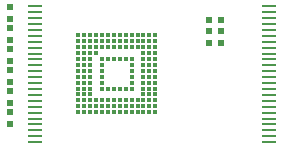
<source format=gbr>
%TF.GenerationSoftware,KiCad,Pcbnew,5.1.0-rc2-unknown-036be7d~80~ubuntu16.04.1*%
%TF.CreationDate,2022-06-01T13:33:31+03:00*%
%TF.ProjectId,Flash-e_Rev_C,466c6173-682d-4655-9f52-65765f432e6b,A*%
%TF.SameCoordinates,Original*%
%TF.FileFunction,Paste,Top*%
%TF.FilePolarity,Positive*%
%FSLAX46Y46*%
G04 Gerber Fmt 4.6, Leading zero omitted, Abs format (unit mm)*
G04 Created by KiCad (PCBNEW 5.1.0-rc2-unknown-036be7d~80~ubuntu16.04.1) date 2022-06-01 13:33:31*
%MOMM*%
%LPD*%
G04 APERTURE LIST*
%ADD10R,0.300000X0.300000*%
%ADD11R,1.180000X0.230000*%
%ADD12R,0.550000X0.500000*%
%ADD13R,0.500000X0.550000*%
G04 APERTURE END LIST*
D10*
%TO.C,U2*%
X139650000Y-88150000D03*
X139650000Y-88650000D03*
X139650000Y-89150000D03*
X139650000Y-89650000D03*
X139650000Y-90150000D03*
X139650000Y-90650000D03*
X139650000Y-91150000D03*
X139650000Y-91650000D03*
X139650000Y-92150000D03*
X139650000Y-92650000D03*
X139650000Y-93150000D03*
X139650000Y-93650000D03*
X139650000Y-94150000D03*
X139650000Y-94650000D03*
X139150000Y-94650000D03*
X139150000Y-94150000D03*
X139150000Y-93650000D03*
X139150000Y-93150000D03*
X139150000Y-92650000D03*
X139150000Y-92150000D03*
X139150000Y-91650000D03*
X139150000Y-91150000D03*
X139150000Y-90650000D03*
X139150000Y-90150000D03*
X139150000Y-89650000D03*
X139150000Y-89150000D03*
X139150000Y-88650000D03*
X139150000Y-88150000D03*
X141650000Y-88150000D03*
X141650000Y-88650000D03*
X141650000Y-89150000D03*
X141650000Y-90150000D03*
X141650000Y-92650000D03*
X141650000Y-93650000D03*
X141650000Y-94150000D03*
X141650000Y-94650000D03*
X141150000Y-94650000D03*
X141150000Y-94150000D03*
X141150000Y-93650000D03*
X141150000Y-92650000D03*
X141150000Y-92150000D03*
X141150000Y-91650000D03*
X141150000Y-91150000D03*
X141150000Y-90650000D03*
X141150000Y-90150000D03*
X141150000Y-89150000D03*
X141150000Y-88650000D03*
X141150000Y-88150000D03*
X140150000Y-88150000D03*
X140150000Y-88650000D03*
X140150000Y-89150000D03*
X140150000Y-89650000D03*
X140150000Y-90150000D03*
X140150000Y-90650000D03*
X140150000Y-91150000D03*
X140150000Y-91650000D03*
X140150000Y-92150000D03*
X140150000Y-92650000D03*
X140150000Y-93150000D03*
X140150000Y-93650000D03*
X140150000Y-94150000D03*
X140150000Y-94650000D03*
X140650000Y-94650000D03*
X140650000Y-94150000D03*
X140650000Y-93650000D03*
X140650000Y-89650000D03*
X140650000Y-89150000D03*
X140650000Y-88650000D03*
X140650000Y-88150000D03*
X145650000Y-88150000D03*
X145650000Y-88650000D03*
X145650000Y-89150000D03*
X145650000Y-89650000D03*
X145650000Y-90150000D03*
X145650000Y-90650000D03*
X145650000Y-91150000D03*
X145650000Y-91650000D03*
X145650000Y-92150000D03*
X145650000Y-92650000D03*
X145650000Y-93150000D03*
X145650000Y-93650000D03*
X145650000Y-94150000D03*
X145650000Y-94650000D03*
X145150000Y-94650000D03*
X145150000Y-94150000D03*
X145150000Y-93650000D03*
X145150000Y-93150000D03*
X145150000Y-92650000D03*
X145150000Y-92150000D03*
X145150000Y-91650000D03*
X145150000Y-91150000D03*
X145150000Y-90650000D03*
X145150000Y-90150000D03*
X145150000Y-89650000D03*
X145150000Y-89150000D03*
X145150000Y-88650000D03*
X145150000Y-88150000D03*
X144150000Y-88150000D03*
X144150000Y-88650000D03*
X144150000Y-89150000D03*
X144150000Y-93650000D03*
X144150000Y-94150000D03*
X144150000Y-94650000D03*
X144650000Y-94650000D03*
X144650000Y-94150000D03*
X144650000Y-93650000D03*
X144650000Y-93150000D03*
X144650000Y-92650000D03*
X144650000Y-92150000D03*
X144650000Y-91650000D03*
X144650000Y-91150000D03*
X144650000Y-90650000D03*
X144650000Y-90150000D03*
X144650000Y-89650000D03*
X144650000Y-89150000D03*
X144650000Y-88650000D03*
X144650000Y-88150000D03*
X142650000Y-88150000D03*
X142650000Y-88650000D03*
X142650000Y-89150000D03*
X142650000Y-90150000D03*
X142650000Y-92650000D03*
X142650000Y-93650000D03*
X142650000Y-94150000D03*
X142650000Y-94650000D03*
X142150000Y-94650000D03*
X142150000Y-94150000D03*
X142150000Y-93650000D03*
X142150000Y-92650000D03*
X142150000Y-90150000D03*
X142150000Y-89150000D03*
X142150000Y-88650000D03*
X142150000Y-88150000D03*
X143150000Y-88150000D03*
X143150000Y-88650000D03*
X143150000Y-89150000D03*
X143150000Y-90150000D03*
X143150000Y-92650000D03*
X143150000Y-93650000D03*
X143150000Y-94150000D03*
X143150000Y-94650000D03*
X143650000Y-94650000D03*
X143650000Y-94150000D03*
X143650000Y-93650000D03*
X143650000Y-92650000D03*
X143650000Y-92150000D03*
X143650000Y-91650000D03*
X143650000Y-91150000D03*
X143650000Y-90650000D03*
X143650000Y-90150000D03*
X143650000Y-89150000D03*
X143650000Y-88650000D03*
X143650000Y-88150000D03*
%TD*%
D11*
%TO.C,U1*%
X155251500Y-85690000D03*
X155251500Y-86190000D03*
X155251500Y-86690000D03*
X155251500Y-87190000D03*
X155251500Y-87690000D03*
X155251500Y-88190000D03*
X155251500Y-88690000D03*
X155251500Y-89190000D03*
X155251500Y-89690000D03*
X155251500Y-90190000D03*
X155251500Y-90690000D03*
X155251500Y-91190000D03*
X155251500Y-91690000D03*
X155251500Y-92190000D03*
X155251500Y-92690000D03*
X155251500Y-93190000D03*
X155251500Y-93690000D03*
X155251500Y-94190000D03*
X155251500Y-94690000D03*
X155251500Y-95190000D03*
X155251500Y-95690000D03*
X155251500Y-96190000D03*
X155251500Y-96690000D03*
X155251500Y-97190000D03*
X135451500Y-97190000D03*
X135451500Y-96690000D03*
X135451500Y-96190000D03*
X135451500Y-95690000D03*
X135451500Y-95190000D03*
X135451500Y-94690000D03*
X135451500Y-94190000D03*
X135451500Y-93690000D03*
X135451500Y-93190000D03*
X135451500Y-92690000D03*
X135451500Y-92190000D03*
X135451500Y-91690000D03*
X135451500Y-91190000D03*
X135451500Y-90690000D03*
X135451500Y-90190000D03*
X135451500Y-89690000D03*
X135451500Y-89190000D03*
X135451500Y-88690000D03*
X135451500Y-88190000D03*
X135451500Y-87690000D03*
X135451500Y-87190000D03*
X135451500Y-86690000D03*
X135451500Y-86190000D03*
X135451500Y-85690000D03*
%TD*%
D12*
%TO.C,C1*%
X133350000Y-93853000D03*
X133350000Y-92837000D03*
%TD*%
%TO.C,C2*%
X133350000Y-92075000D03*
X133350000Y-91059000D03*
%TD*%
%TO.C,R2*%
X133350000Y-94615000D03*
X133350000Y-95631000D03*
%TD*%
%TO.C,R3*%
X133350000Y-89281000D03*
X133350000Y-90297000D03*
%TD*%
%TO.C,R1*%
X133350000Y-87503000D03*
X133350000Y-88519000D03*
%TD*%
D13*
%TO.C,R10*%
X151257000Y-88773000D03*
X150241000Y-88773000D03*
%TD*%
%TO.C,C12*%
X151257000Y-86868000D03*
X150241000Y-86868000D03*
%TD*%
D12*
%TO.C,C13*%
X133350000Y-86741000D03*
X133350000Y-85725000D03*
%TD*%
D13*
%TO.C,R11*%
X150241000Y-87757000D03*
X151257000Y-87757000D03*
%TD*%
M02*

</source>
